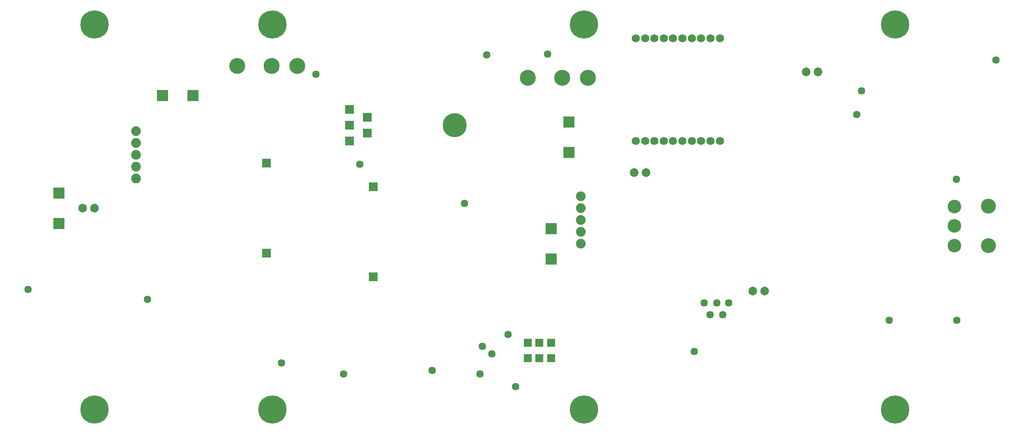
<source format=gbs>
G75*
G70*
%OFA0B0*%
%FSLAX24Y24*%
%IPPOS*%
%LPD*%
%AMOC8*
5,1,8,0,0,1.08239X$1,22.5*
%
%ADD10C,0.0730*%
%ADD11C,0.0820*%
%ADD12C,0.0680*%
%ADD13C,0.1261*%
%ADD14C,0.1145*%
%ADD15C,0.2380*%
%ADD16R,0.0714X0.0714*%
%ADD17R,0.0966X0.0966*%
%ADD18R,0.0753X0.0753*%
%ADD19C,0.2030*%
%ADD20C,0.1346*%
%ADD21C,0.1340*%
%ADD22C,0.0634*%
D10*
X006651Y019101D03*
X007651Y019101D03*
X053151Y022101D03*
X054151Y022101D03*
X067651Y030601D03*
X068651Y030601D03*
X064151Y012101D03*
X063151Y012101D03*
D11*
X048651Y016101D03*
X048651Y017101D03*
X048651Y018101D03*
X048651Y019101D03*
X048651Y020101D03*
X011151Y021601D03*
X011151Y022601D03*
X011151Y023601D03*
X011151Y024601D03*
X011151Y025601D03*
D12*
X053277Y024770D03*
X054065Y024770D03*
X054852Y024770D03*
X055639Y024770D03*
X056427Y024770D03*
X057214Y024770D03*
X058002Y024770D03*
X058789Y024770D03*
X059576Y024770D03*
X060364Y024770D03*
X060364Y033431D03*
X059576Y033431D03*
X058789Y033431D03*
X058002Y033431D03*
X057214Y033431D03*
X056427Y033431D03*
X055639Y033431D03*
X054852Y033431D03*
X054065Y033431D03*
X053277Y033431D03*
D13*
X083021Y019256D03*
X083021Y015946D03*
D14*
X080151Y015951D03*
X080151Y017601D03*
X080151Y019251D03*
D15*
X007651Y002101D03*
X022651Y002101D03*
X048901Y002101D03*
X075151Y002101D03*
X075151Y034601D03*
X048901Y034601D03*
X022651Y034601D03*
X007651Y034601D03*
D16*
X044171Y007751D03*
X045151Y007751D03*
X046131Y007751D03*
X046131Y006451D03*
X045151Y006451D03*
X044171Y006451D03*
D17*
X046151Y014821D03*
X046151Y017380D03*
X047651Y023821D03*
X047651Y026380D03*
X015931Y028601D03*
X013372Y028601D03*
X004651Y020380D03*
X004651Y017821D03*
D18*
X022151Y015301D03*
X031151Y013301D03*
X031151Y020901D03*
X029151Y024761D03*
X030651Y025431D03*
X029151Y026101D03*
X030651Y026771D03*
X029151Y027441D03*
X022151Y022901D03*
D19*
X038021Y026101D03*
D20*
X047084Y030101D03*
X049250Y030101D03*
X024750Y031101D03*
X022584Y031101D03*
D21*
X019681Y031101D03*
X044181Y030101D03*
D22*
X040701Y032051D03*
X045851Y032101D03*
X026301Y030401D03*
X030001Y022801D03*
X038851Y019501D03*
X059051Y011101D03*
X060101Y011101D03*
X061101Y011101D03*
X060601Y010101D03*
X059551Y010101D03*
X058201Y007001D03*
X043151Y004051D03*
X040151Y005101D03*
X036101Y005401D03*
X040351Y007451D03*
X041151Y006801D03*
X042501Y008451D03*
X028651Y005101D03*
X023401Y006051D03*
X012101Y011401D03*
X002051Y012251D03*
X071901Y027001D03*
X072301Y029001D03*
X083651Y031601D03*
X080301Y021551D03*
X080351Y009651D03*
X074651Y009651D03*
M02*

</source>
